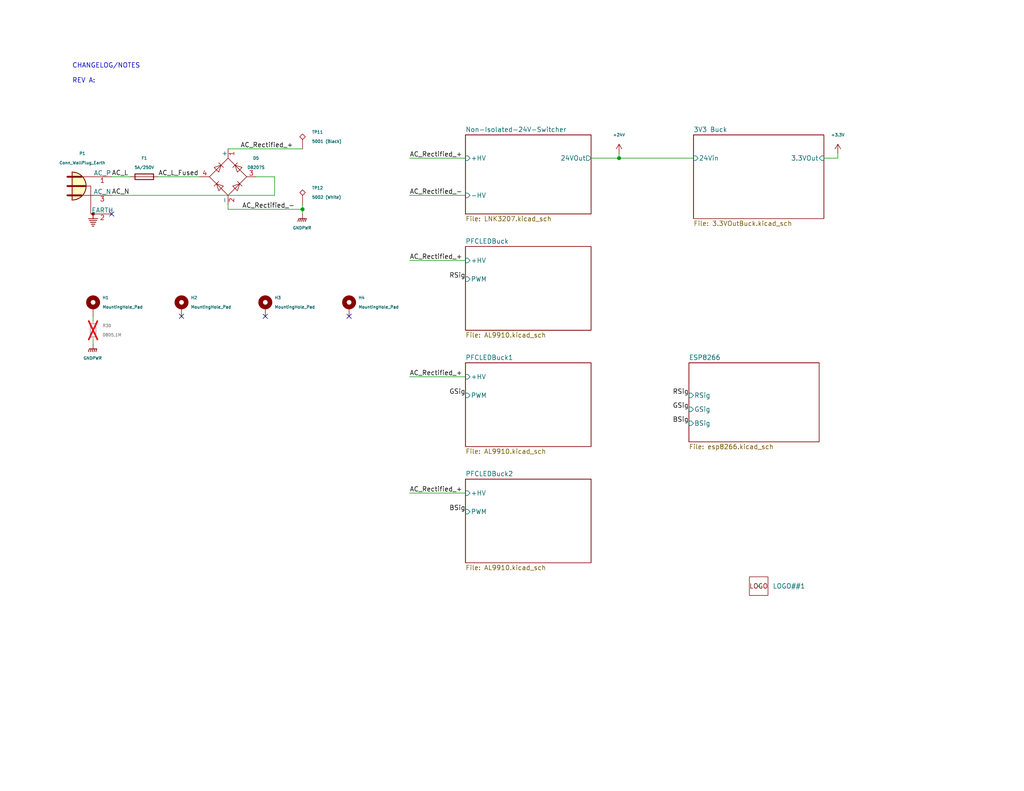
<source format=kicad_sch>
(kicad_sch (version 20230121) (generator eeschema)
  (paper "USLetter")
  (title_block (title "Main") (date "2023-12-18") (rev "A01"))
  (lib_symbols
    (symbol "Connector:Conn_WallPlug_Earth" (pin_names (offset 0))
      (property "Reference" "P1" (at -0.3937 8.89 0))
      (property "Value" "Conn_WallPlug_Earth" (at -0.3937 6.35 0))
      (symbol "Conn_WallPlug_Earth_0_1"
        (arc (start -3.175 -3.81) (mid 0.6184 0) (end -3.175 3.81) (stroke (width 0.254)) (fill (type background)))
        (polyline (pts (xy -4.445 -2.54) (xy -0.635 -2.54)) (stroke (width 0.508)))
        (polyline (pts (xy -4.445 0) (xy 0.508 0)) (stroke (width 0.508)))
        (polyline (pts (xy -4.445 2.54) (xy -0.635 2.54)) (stroke (width 0.508)))
        (polyline (pts (xy -3.175 -3.81) (xy -3.175 3.81)) (stroke (width 0.254)))
        (polyline (pts (xy -0.635 -2.54) (xy 2.54 -2.54)))
        (polyline (pts (xy -0.635 2.54) (xy 2.54 2.54)))
        (polyline (pts (xy 1.524 -9.398) (xy 3.556 -9.398)) (stroke (width 0.2032)))
        (polyline (pts (xy 1.778 -9.906) (xy 3.302 -9.906)) (stroke (width 0.2032)))
        (polyline (pts (xy 2.032 -10.414) (xy 3.048 -10.414)) (stroke (width 0.2032)))
        (polyline (pts (xy 2.286 -10.922) (xy 2.794 -10.922)) (stroke (width 0.2032)))
        (polyline (pts (xy 2.54 -7.62) (xy 2.54 -8.89)) (stroke (width 0.2032)))
        (polyline (pts (xy 3.81 -8.89) (xy 1.27 -8.89)) (stroke (width 0.2032)))
        (polyline (pts (xy 2.54 -7.62) (xy 1.905 -7.62) (xy 1.905 0) (xy -4.445 0)))
        (circle (center 2.54 -7.62) (radius 0.3556) (fill (type outline)))
      )
      (symbol "Conn_WallPlug_Earth_1_1"
        (pin power_out line (at 7.62 2.54 180) (length 5.08) (name "AC_P") (number "1"))
        (pin passive line (at 7.62 -7.62 180) (length 5.08) (name "EARTH") (number "2"))
        (pin power_out line (at 7.62 -2.54 180) (length 5.08) (name "AC_N") (number "3"))
      )
    )
    (symbol "Connector:TestPoint_Alt" (pin_numbers hide) (pin_names (offset 0.762) hide)
      (property "Reference" "TP" (at 0 6.858 0))
      (property "Value" "TestPoint_Alt" (at 0 5.08 0))
      (symbol "TestPoint_Alt_0_1"
        (polyline (pts (xy 0 2.54) (xy -0.762 3.302) (xy 0 4.064) (xy 0.762 3.302) (xy 0 2.54)))
      )
      (symbol "TestPoint_Alt_1_1"
        (pin passive line (at 0 0 90) (length 2.54) (name "1") (number "1"))
      )
    )
    (symbol "Device:Fuse" (pin_numbers hide) (pin_names (offset 0))
      (property "Reference" "F" (at 2.032 0 90))
      (property "Value" "Fuse" (at -1.905 0 90))
      (symbol "Fuse_0_1"
        (rectangle (start -0.762 -2.54) (end 0.762 2.54) (stroke (width 0.254)))
        (polyline (pts (xy 0 2.54) (xy 0 -2.54)))
      )
      (symbol "Fuse_1_1"
        (pin passive line (at 0 3.81 270) (length 1.27) (name "~") (number "1"))
        (pin passive line (at 0 -3.81 90) (length 1.27) (name "~") (number "2"))
      )
    )
    (symbol "Diode_Bridge:ABS10" (pin_names (offset 0))
      (property "Reference" "D" (at 2.54 6.985 0))
      (property "Value" "ABS10" (at 2.54 5.08 0))
      (symbol "ABS10_0_1"
        (polyline (pts (xy -2.54 3.81) (xy -1.27 2.54)))
        (polyline (pts (xy -1.27 -2.54) (xy -2.54 -3.81)))
        (polyline (pts (xy 2.54 -1.27) (xy 3.81 -2.54)))
        (polyline (pts (xy 2.54 1.27) (xy 3.81 2.54)))
        (polyline (pts (xy -3.81 2.54) (xy -2.54 1.27) (xy -1.905 3.175) (xy -3.81 2.54)))
        (polyline (pts (xy -2.54 -1.27) (xy -3.81 -2.54) (xy -1.905 -3.175) (xy -2.54 -1.27)))
        (polyline (pts (xy 1.27 2.54) (xy 2.54 3.81) (xy 3.175 1.905) (xy 1.27 2.54)))
        (polyline (pts (xy 3.175 -1.905) (xy 1.27 -2.54) (xy 2.54 -3.81) (xy 3.175 -1.905)))
        (polyline (pts (xy -5.08 0) (xy 0 -5.08) (xy 5.08 0) (xy 0 5.08) (xy -5.08 0)))
      )
      (symbol "ABS10_1_1"
        (pin passive line (at 7.62 0 180) (length 2.54) (name "+") (number "1"))
        (pin passive line (at -7.62 0 0) (length 2.54) (name "-") (number "2"))
        (pin passive line (at 0 -7.62 90) (length 2.54) (name "~") (number "3"))
        (pin passive line (at 0 7.62 270) (length 2.54) (name "~") (number "4"))
      )
    )
    (symbol "Mechanical:MountingHole_Pad" (pin_numbers hide) (pin_names (offset 1.016) hide)
      (property "Reference" "H" (at 0 6.35 0))
      (property "Value" "MountingHole_Pad" (at 0 4.445 0))
      (symbol "MountingHole_Pad_0_1"
        (circle (center 0 1.27) (radius 1.27) (stroke (width 1.27)))
      )
      (symbol "MountingHole_Pad_1_1"
        (pin input line (at 0 -2.54 90) (length 2.54) (name "1") (number "1"))
      )
    )
    (symbol "WS_LCSC_Mechanical:LOGO" (in_bom no)
      (property "Reference" "LOGO" (at 0 3.81 0))
      (symbol "LOGO_0_1"
        (rectangle (start -2.54 2.54) (end 2.54 -2.54))
      )
      (symbol "LOGO_1_1"
        (text "LOGO" (at 0 0 0) (effects (font (size 1.27 1.27))))
      )
    )
    (symbol "jlcpcb-basic-resistor:0805,1M"
      (property "Reference" "R" (at 0.762 0.508 0))
      (property "Value" "0805,1M" (at 0.762 -1.016 0))
      (symbol "0805,1M_0_0"
        (rectangle (start -0.762 1.778) (end 0.762 -1.778) (stroke (width 0.2032)))
        (pin passive line (at 0 2.54 270) (length 0.762) (name "~") (number "1"))
        (pin passive line (at 0 -2.54 90) (length 0.762) (name "~") (number "2"))
      )
    )
    (symbol "power:+24V" (power) (pin_names (offset 0))
      (property "Value" "+24V" (at 0 3.556 0))
      (symbol "+24V_0_1"
        (polyline (pts (xy -0.762 1.27) (xy 0 2.54)))
        (polyline (pts (xy 0 0) (xy 0 2.54)))
        (polyline (pts (xy 0 2.54) (xy 0.762 1.27)))
      )
      (symbol "+24V_1_1"
        (pin power_in line (at 0 0 90) (length 0) hide (name "+24V") (number "1"))
      )
    )
    (symbol "power:+3.3V" (power) (pin_names (offset 0))
      (property "Value" "+3.3V" (at 0 3.556 0))
      (symbol "+3.3V_0_1"
        (polyline (pts (xy -0.762 1.27) (xy 0 2.54)))
        (polyline (pts (xy 0 0) (xy 0 2.54)))
        (polyline (pts (xy 0 2.54) (xy 0.762 1.27)))
      )
      (symbol "+3.3V_1_1"
        (pin power_in line (at 0 0 90) (length 0) hide (name "+3.3V") (number "1"))
      )
    )
    (symbol "power:GNDPWR" (power) (pin_names (offset 0))
      (property "Value" "GNDPWR" (at 0 -3.302 0))
      (symbol "GNDPWR_0_1"
        (polyline (pts (xy 0 -1.27) (xy 0 0)))
        (polyline (pts (xy -1.016 -1.27) (xy -1.27 -2.032) (xy -1.27 -2.032)) (stroke (width 0.2032)))
        (polyline (pts (xy -0.508 -1.27) (xy -0.762 -2.032) (xy -0.762 -2.032)) (stroke (width 0.2032)))
        (polyline (pts (xy 0 -1.27) (xy -0.254 -2.032) (xy -0.254 -2.032)) (stroke (width 0.2032)))
        (polyline (pts (xy 0.508 -1.27) (xy 0.254 -2.032) (xy 0.254 -2.032)) (stroke (width 0.2032)))
        (polyline (pts (xy 1.016 -1.27) (xy -1.016 -1.27) (xy -1.016 -1.27)) (stroke (width 0.2032)))
        (polyline (pts (xy 1.016 -1.27) (xy 0.762 -2.032) (xy 0.762 -2.032) (xy 0.762 -2.032)) (stroke (width 0.2032)))
      )
      (symbol "GNDPWR_1_1"
        (pin power_in line (at 0 0 270) (length 0) hide (name "GNDPWR") (number "1"))
      )
    )
  )
  (junction (at 168.91 43.18))
  (junction (at 82.55 57.15))
  (no_connect (at 49.53 86.36))
  (no_connect (at 95.25 86.36))
  (no_connect (at 72.39 86.36))
  (no_connect (at 30.48 58.42))
  (wire (pts (xy 111.76 53.34) (xy 127 53.34)))
  (wire (pts (xy 62.23 40.64) (xy 82.55 40.64)))
  (wire (pts (xy 228.6 43.18) (xy 224.79 43.18)))
  (wire (pts (xy 30.48 53.34) (xy 74.93 53.34)))
  (wire (pts (xy 168.91 43.18) (xy 168.91 41.91)))
  (wire (pts (xy 43.18 48.26) (xy 54.61 48.26)))
  (wire (pts (xy 168.91 43.18) (xy 189.23 43.18)))
  (wire (pts (xy 25.4 93.98) (xy 25.4 92.71)))
  (wire (pts (xy 62.23 57.15) (xy 82.55 57.15)))
  (wire (pts (xy 111.76 71.12) (xy 127 71.12)))
  (wire (pts (xy 82.55 58.42) (xy 82.55 57.15)))
  (wire (pts (xy 30.48 48.26) (xy 35.56 48.26)))
  (wire (pts (xy 25.4 87.63) (xy 25.4 86.36)))
  (wire (pts (xy 111.76 134.62) (xy 127 134.62)))
  (wire (pts (xy 82.55 55.88) (xy 82.55 57.15)))
  (wire (pts (xy 111.76 102.87) (xy 127 102.87)))
  (wire (pts (xy 74.93 48.26) (xy 69.85 48.26)))
  (wire (pts (xy 111.76 43.18) (xy 127 43.18)))
  (wire (pts (xy 228.6 41.91) (xy 228.6 43.18)))
  (wire (pts (xy 74.93 53.34) (xy 74.93 48.26)))
  (wire (pts (xy 62.23 55.88) (xy 62.23 57.15)))
  (wire (pts (xy 161.29 43.18) (xy 168.91 43.18)))
  (text "CHANGELOG/NOTES\n\nREV A: " (at 19.685 22.86 0) (effects (font (size 1.27 1.27)) (justify left bottom)))
  (label "GSig" (at 187.96 111.76 180))
  (label "AC_Rectified_+" (at 111.76 134.62 0))
  (label "BSig" (at 127 139.7 180))
  (label "AC_Rectified_-" (at 66.04 57.15 0))
  (label "RSig" (at 127 76.2 180))
  (label "AC_N" (at 30.48 53.34 0))
  (label "AC_Rectified_+" (at 80.01 40.64 180))
  (label "AC_L" (at 30.48 48.26 0))
  (label "AC_Rectified_+" (at 111.76 43.18 0))
  (label "AC_Rectified_+" (at 111.76 102.87 0))
  (label "GSig" (at 127 107.95 180))
  (label "AC_Rectified_+" (at 111.76 71.12 0))
  (label "AC_Rectified_-" (at 111.76 53.34 0))
  (label "AC_L_Fused" (at 43.18 48.26 0))
  (label "RSig" (at 187.96 107.95 180))
  (label "BSig" (at 187.96 115.57 180))
  (symbol (lib_id "Mechanical:MountingHole_Pad") (at 49.53 83.82 0) (unit 1) (in_bom no)
    (property "Reference" "H2" (at 52.07 81.28 0) (effects (font (size 0.8 0.8)) (justify left)))
    (property "Value" "MountingHole_Pad" (at 52.07 83.82 0) (effects (font (size 0.8 0.8)) (justify left)))
    (property "Footprint" "MountingHole:MountingHole_3.2mm_M3_DIN965_Pad_TopBottom" (effects hide))
  )
  (symbol (lib_id "Connector:TestPoint_Alt") (at 82.55 55.88 0) (unit 1)
    (property "Reference" "TP12" (at 85.09 51.308 0) (effects (font (size 0.8 0.8)) (justify left)))
    (property "Value" "5002 (White)" (at 85.09 53.848 0) (effects (font (size 0.8 0.8)) (justify left)))
    (property "Footprint" "TestPoint:TestPoint_Keystone_5000-5004_Miniature" (effects hide))
    (property "Datasheet" "https://www.lcsc.com/product-detail/Thimble-Copper-Rod-Test-Ring_ronghe-RH-5000_C5277086.html" (effects hide))
    (property "LCSC" "C5199802" (effects hide))
  )
  (symbol (lib_id "power:GNDPWR") (at 25.4 93.98 0) (unit 1)
    (property "Reference" "#PWR027" (effects hide))
    (property "Value" "GNDPWR" (at 25.273 97.79 0) (effects (font (size 0.8 0.8))))
  )
  (symbol (lib_id "WS_LCSC_Mechanical:LOGO") (at 207.01 160.02 0) (unit 1) (in_bom no)
    (property "Reference" "LOGO##1" (at 210.82 160.02 0) (effects (justify left)))
    (property "Value" "~" (at 207.01 160.02 0))
    (property "Footprint" "WS_LCSC_Mechanical:Logo" (effects hide))
  )
  (symbol (lib_id "power:GNDPWR") (at 82.55 58.42 0) (unit 1)
    (property "Reference" "#PWR01" (effects hide))
    (property "Value" "GNDPWR" (at 82.423 62.23 0) (effects (font (size 0.8 0.8))))
  )
  (symbol (lib_id "Connector:Conn_WallPlug_Earth") (at 22.86 50.8 0) (unit 1)
    (property "Reference" "P1" (at 22.4663 41.91 0) (effects (font (size 0.8 0.8))))
    (property "Value" "Conn_WallPlug_Earth" (at 22.4663 44.45 0) (effects (font (size 0.8 0.8))))
    (property "Footprint" "Connector_Wire:SolderWire-0.75sqmm_1x03_P4.8mm_D1.25mm_OD2.3mm_Relief" (effects hide))
  )
  (symbol (lib_id "jlcpcb-basic-resistor:0805,1M") (at 25.4 90.17 0) (unit 1) (dnp yes)
    (property "Reference" "R30" (at 27.94 88.9 0) (effects (font (size 0.8 0.8)) (justify left)))
    (property "Value" "0805,1M" (at 27.94 91.44 0) (effects (font (size 0.8 0.8)) (justify left)))
    (property "Footprint" "R_0805_2012Metric" (effects hide))
    (property "Datasheet" "https://datasheet.lcsc.com/lcsc/2110251730_UNI-ROYAL-Uniroyal-Elec-0805W8F1004T5E_C17514.pdf" (effects hide))
    (property "LCSC" "C17514" (effects hide))
    (property "MFG" "UNI-ROYAL(Uniroyal Elec)" (effects hide))
    (property "MFGPN" "0805W8F1004T5E" (effects hide))
  )
  (symbol (lib_id "Device:Fuse") (at 39.37 48.26 90) (unit 1)
    (property "Reference" "F1" (at 39.37 43.18 90) (effects (font (size 0.8 0.8))))
    (property "Value" "5A/250V" (at 39.37 45.72 90) (effects (font (size 0.8 0.8))))
    (property "Footprint" "Fuse:Fuseholder_Clip-5x20mm_Littelfuse_100_Inline_P20.50x4.60mm_D1.30mm_Horizontal" (effects hide))
    (property "Datasheet" "https://datasheet.lcsc.com/lcsc/2012041637_Xucheng-Elec-C3130_C3130.pdf" (effects hide))
    (property "LCSC" "C3130" (effects hide))
  )
  (symbol (lib_id "power:+3.3V") (at 228.6 41.91 0) (unit 1)
    (property "Reference" "#PWR026" (effects hide))
    (property "Value" "+3.3V" (at 228.6 36.83 0) (effects (font (size 0.8 0.8))))
  )
  (symbol (lib_id "power:+24V") (at 168.91 41.91 0) (unit 1)
    (property "Reference" "#PWR02" (effects hide))
    (property "Value" "+24V" (at 168.91 36.83 0) (effects (font (size 0.8 0.8))))
  )
  (symbol (lib_id "Mechanical:MountingHole_Pad") (at 72.39 83.82 0) (unit 1) (in_bom no)
    (property "Reference" "H3" (at 74.93 81.28 0) (effects (font (size 0.8 0.8)) (justify left)))
    (property "Value" "MountingHole_Pad" (at 74.93 83.82 0) (effects (font (size 0.8 0.8)) (justify left)))
    (property "Footprint" "MountingHole:MountingHole_3.2mm_M3_DIN965_Pad_TopBottom" (effects hide))
  )
  (symbol (lib_id "Diode_Bridge:ABS10") (at 62.23 48.26 90) (unit 1)
    (property "Reference" "D5" (at 69.85 43.18 90) (effects (font (size 0.8 0.8))))
    (property "Value" "DB207S" (at 69.85 45.72 90) (effects (font (size 0.8 0.8))))
    (property "Footprint" "Diode_SMD:Diode_Bridge_Vishay_DFSFlat" (effects hide))
    (property "Datasheet" "https://datasheet.lcsc.com/lcsc/2208100930_SEP-DB207S_C5127116.pdf" (effects hide))
    (property "LCSC" "C5127116" (effects hide))
  )
  (symbol (lib_id "Mechanical:MountingHole_Pad") (at 25.4 83.82 0) (unit 1) (in_bom no)
    (property "Reference" "H1" (at 27.94 81.28 0) (effects (font (size 0.8 0.8)) (justify left)))
    (property "Value" "MountingHole_Pad" (at 27.94 83.82 0) (effects (font (size 0.8 0.8)) (justify left)))
    (property "Footprint" "MountingHole:MountingHole_3.2mm_M3_DIN965_Pad_TopBottom" (effects hide))
  )
  (symbol (lib_id "Mechanical:MountingHole_Pad") (at 95.25 83.82 0) (unit 1) (in_bom no)
    (property "Reference" "H4" (at 97.79 81.28 0) (effects (font (size 0.8 0.8)) (justify left)))
    (property "Value" "MountingHole_Pad" (at 97.79 83.82 0) (effects (font (size 0.8 0.8)) (justify left)))
    (property "Footprint" "MountingHole:MountingHole_3.2mm_M3_DIN965_Pad_TopBottom" (effects hide))
  )
  (symbol (lib_id "Connector:TestPoint_Alt") (at 82.55 40.64 0) (unit 1)
    (property "Reference" "TP11" (at 85.09 36.068 0) (effects (font (size 0.8 0.8)) (justify left)))
    (property "Value" "5001 (Black)" (at 85.09 38.608 0) (effects (font (size 0.8 0.8)) (justify left)))
    (property "Footprint" "TestPoint:TestPoint_Keystone_5000-5004_Miniature" (effects hide))
    (property "Datasheet" "https://www.lcsc.com/product-detail/Thimble-Copper-Rod-Test-Ring_ronghe-RH-5000_C5277086.html" (effects hide))
    (property "LCSC" "C5199801" (effects hide))
  )
  (sheet (at 127 36.83) (size 34.29 21.59) (stroke (width 0.1524))
    (property "Sheetname" "Non-Isolated-24V-Switcher" (at 127 36.1184 0) (effects (justify left bottom)))
    (property "Sheetfile" "LNK3207.kicad_sch" (at 127 59.0046 0) (effects (justify left top)))
    (pin "+HV" input (at 127 43.18 180))
    (pin "-HV" input (at 127 53.34 180))
    (pin "24VOut" output (at 161.29 43.18 0))
  )
  (sheet (at 189.23 36.83) (size 35.56 22.86) (stroke (width 0.1524))
    (property "Sheetname" "3V3 Buck" (at 189.23 36.1184 0) (effects (justify left bottom)))
    (property "Sheetfile" "3.3VOutBuck.kicad_sch" (at 189.23 60.2746 0) (effects (justify left top)))
    (pin "24Vin" input (at 189.23 43.18 180))
    (pin "3.3VOut" input (at 224.79 43.18 0))
  )
  (sheet (at 127 99.06) (size 34.29 22.86) (stroke (width 0.1524))
    (property "Sheetname" "PFCLEDBuck1" (at 127 98.3484 0) (effects (justify left bottom)))
    (property "Sheetfile" "AL9910.kicad_sch" (at 127 122.5046 0) (effects (justify left top)))
    (pin "PWM" input (at 127 107.95 180))
    (pin "+HV" input (at 127 102.87 180))
  )
  (sheet (at 127 67.31) (size 34.29 22.86) (stroke (width 0.1524))
    (property "Sheetname" "PFCLEDBuck" (at 127 66.5984 0) (effects (justify left bottom)))
    (property "Sheetfile" "AL9910.kicad_sch" (at 127 90.7546 0) (effects (justify left top)))
    (pin "PWM" input (at 127 76.2 180))
    (pin "+HV" input (at 127 71.12 180))
  )
  (sheet (at 127 130.81) (size 34.29 22.86) (stroke (width 0.1524))
    (property "Sheetname" "PFCLEDBuck2" (at 127 130.0984 0) (effects (justify left bottom)))
    (property "Sheetfile" "AL9910.kicad_sch" (at 127 154.2546 0) (effects (justify left top)))
    (pin "PWM" input (at 127 139.7 180))
    (pin "+HV" input (at 127 134.62 180))
  )
  (sheet (at 187.96 99.06) (size 35.56 21.59) (stroke (width 0.1524))
    (property "Sheetname" "ESP8266" (at 187.96 98.3484 0) (effects (justify left bottom)))
    (property "Sheetfile" "esp8266.kicad_sch" (at 187.96 121.2346 0) (effects (justify left top)))
    (pin "GSig" input (at 187.96 111.76 180))
    (pin "RSig" input (at 187.96 107.95 180))
    (pin "BSig" input (at 187.96 115.57 180))
  )
)
</source>
